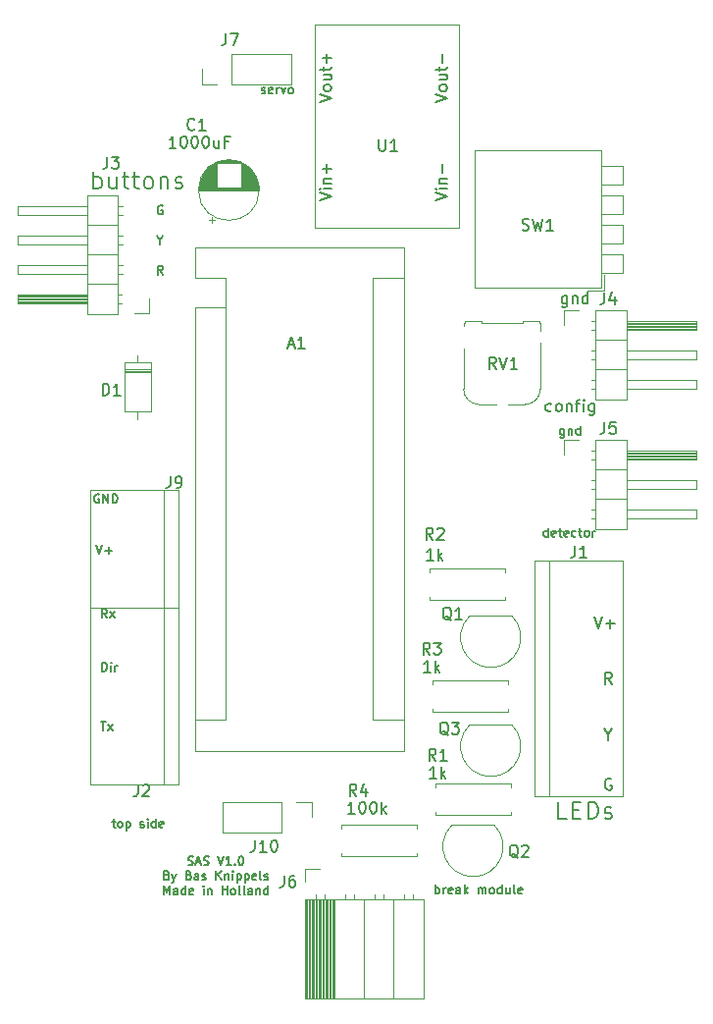
<source format=gbr>
%TF.GenerationSoftware,KiCad,Pcbnew,(5.1.6)-1*%
%TF.CreationDate,2020-10-15T10:14:48+02:00*%
%TF.ProjectId,ezSignal,657a5369-676e-4616-9c2e-6b696361645f,rev?*%
%TF.SameCoordinates,Original*%
%TF.FileFunction,Legend,Top*%
%TF.FilePolarity,Positive*%
%FSLAX46Y46*%
G04 Gerber Fmt 4.6, Leading zero omitted, Abs format (unit mm)*
G04 Created by KiCad (PCBNEW (5.1.6)-1) date 2020-10-15 10:14:48*
%MOMM*%
%LPD*%
G01*
G04 APERTURE LIST*
%ADD10C,0.150000*%
%ADD11C,0.127000*%
%ADD12C,0.120000*%
G04 APERTURE END LIST*
D10*
X26707142Y-120928571D02*
X26814285Y-120964285D01*
X26992857Y-120964285D01*
X27064285Y-120928571D01*
X27100000Y-120892857D01*
X27135714Y-120821428D01*
X27135714Y-120750000D01*
X27100000Y-120678571D01*
X27064285Y-120642857D01*
X26992857Y-120607142D01*
X26850000Y-120571428D01*
X26778571Y-120535714D01*
X26742857Y-120500000D01*
X26707142Y-120428571D01*
X26707142Y-120357142D01*
X26742857Y-120285714D01*
X26778571Y-120250000D01*
X26850000Y-120214285D01*
X27028571Y-120214285D01*
X27135714Y-120250000D01*
X27421428Y-120750000D02*
X27778571Y-120750000D01*
X27350000Y-120964285D02*
X27600000Y-120214285D01*
X27850000Y-120964285D01*
X28064285Y-120928571D02*
X28171428Y-120964285D01*
X28350000Y-120964285D01*
X28421428Y-120928571D01*
X28457142Y-120892857D01*
X28492857Y-120821428D01*
X28492857Y-120750000D01*
X28457142Y-120678571D01*
X28421428Y-120642857D01*
X28350000Y-120607142D01*
X28207142Y-120571428D01*
X28135714Y-120535714D01*
X28100000Y-120500000D01*
X28064285Y-120428571D01*
X28064285Y-120357142D01*
X28100000Y-120285714D01*
X28135714Y-120250000D01*
X28207142Y-120214285D01*
X28385714Y-120214285D01*
X28492857Y-120250000D01*
X29278571Y-120214285D02*
X29528571Y-120964285D01*
X29778571Y-120214285D01*
X30421428Y-120964285D02*
X29992857Y-120964285D01*
X30207142Y-120964285D02*
X30207142Y-120214285D01*
X30135714Y-120321428D01*
X30064285Y-120392857D01*
X29992857Y-120428571D01*
X30742857Y-120892857D02*
X30778571Y-120928571D01*
X30742857Y-120964285D01*
X30707142Y-120928571D01*
X30742857Y-120892857D01*
X30742857Y-120964285D01*
X31242857Y-120214285D02*
X31314285Y-120214285D01*
X31385714Y-120250000D01*
X31421428Y-120285714D01*
X31457142Y-120357142D01*
X31492857Y-120500000D01*
X31492857Y-120678571D01*
X31457142Y-120821428D01*
X31421428Y-120892857D01*
X31385714Y-120928571D01*
X31314285Y-120964285D01*
X31242857Y-120964285D01*
X31171428Y-120928571D01*
X31135714Y-120892857D01*
X31099999Y-120821428D01*
X31064285Y-120678571D01*
X31064285Y-120500000D01*
X31099999Y-120357142D01*
X31135714Y-120285714D01*
X31171428Y-120250000D01*
X31242857Y-120214285D01*
X24885714Y-121846428D02*
X24992857Y-121882142D01*
X25028571Y-121917857D01*
X25064285Y-121989285D01*
X25064285Y-122096428D01*
X25028571Y-122167857D01*
X24992857Y-122203571D01*
X24921428Y-122239285D01*
X24635714Y-122239285D01*
X24635714Y-121489285D01*
X24885714Y-121489285D01*
X24957142Y-121525000D01*
X24992857Y-121560714D01*
X25028571Y-121632142D01*
X25028571Y-121703571D01*
X24992857Y-121775000D01*
X24957142Y-121810714D01*
X24885714Y-121846428D01*
X24635714Y-121846428D01*
X25314285Y-121739285D02*
X25492857Y-122239285D01*
X25671428Y-121739285D02*
X25492857Y-122239285D01*
X25421428Y-122417857D01*
X25385714Y-122453571D01*
X25314285Y-122489285D01*
X26778571Y-121846428D02*
X26885714Y-121882142D01*
X26921428Y-121917857D01*
X26957142Y-121989285D01*
X26957142Y-122096428D01*
X26921428Y-122167857D01*
X26885714Y-122203571D01*
X26814285Y-122239285D01*
X26528571Y-122239285D01*
X26528571Y-121489285D01*
X26778571Y-121489285D01*
X26850000Y-121525000D01*
X26885714Y-121560714D01*
X26921428Y-121632142D01*
X26921428Y-121703571D01*
X26885714Y-121775000D01*
X26850000Y-121810714D01*
X26778571Y-121846428D01*
X26528571Y-121846428D01*
X27600000Y-122239285D02*
X27600000Y-121846428D01*
X27564285Y-121775000D01*
X27492857Y-121739285D01*
X27350000Y-121739285D01*
X27278571Y-121775000D01*
X27600000Y-122203571D02*
X27528571Y-122239285D01*
X27350000Y-122239285D01*
X27278571Y-122203571D01*
X27242857Y-122132142D01*
X27242857Y-122060714D01*
X27278571Y-121989285D01*
X27350000Y-121953571D01*
X27528571Y-121953571D01*
X27600000Y-121917857D01*
X27921428Y-122203571D02*
X27992857Y-122239285D01*
X28135714Y-122239285D01*
X28207142Y-122203571D01*
X28242857Y-122132142D01*
X28242857Y-122096428D01*
X28207142Y-122025000D01*
X28135714Y-121989285D01*
X28028571Y-121989285D01*
X27957142Y-121953571D01*
X27921428Y-121882142D01*
X27921428Y-121846428D01*
X27957142Y-121775000D01*
X28028571Y-121739285D01*
X28135714Y-121739285D01*
X28207142Y-121775000D01*
X29135714Y-122239285D02*
X29135714Y-121489285D01*
X29564285Y-122239285D02*
X29242857Y-121810714D01*
X29564285Y-121489285D02*
X29135714Y-121917857D01*
X29885714Y-121739285D02*
X29885714Y-122239285D01*
X29885714Y-121810714D02*
X29921428Y-121775000D01*
X29992857Y-121739285D01*
X30100000Y-121739285D01*
X30171428Y-121775000D01*
X30207142Y-121846428D01*
X30207142Y-122239285D01*
X30564285Y-122239285D02*
X30564285Y-121739285D01*
X30564285Y-121489285D02*
X30528571Y-121525000D01*
X30564285Y-121560714D01*
X30600000Y-121525000D01*
X30564285Y-121489285D01*
X30564285Y-121560714D01*
X30921428Y-121739285D02*
X30921428Y-122489285D01*
X30921428Y-121775000D02*
X30992857Y-121739285D01*
X31135714Y-121739285D01*
X31207142Y-121775000D01*
X31242857Y-121810714D01*
X31278571Y-121882142D01*
X31278571Y-122096428D01*
X31242857Y-122167857D01*
X31207142Y-122203571D01*
X31135714Y-122239285D01*
X30992857Y-122239285D01*
X30921428Y-122203571D01*
X31600000Y-121739285D02*
X31600000Y-122489285D01*
X31600000Y-121775000D02*
X31671428Y-121739285D01*
X31814285Y-121739285D01*
X31885714Y-121775000D01*
X31921428Y-121810714D01*
X31957142Y-121882142D01*
X31957142Y-122096428D01*
X31921428Y-122167857D01*
X31885714Y-122203571D01*
X31814285Y-122239285D01*
X31671428Y-122239285D01*
X31600000Y-122203571D01*
X32564285Y-122203571D02*
X32492857Y-122239285D01*
X32350000Y-122239285D01*
X32278571Y-122203571D01*
X32242857Y-122132142D01*
X32242857Y-121846428D01*
X32278571Y-121775000D01*
X32350000Y-121739285D01*
X32492857Y-121739285D01*
X32564285Y-121775000D01*
X32600000Y-121846428D01*
X32600000Y-121917857D01*
X32242857Y-121989285D01*
X33028571Y-122239285D02*
X32957142Y-122203571D01*
X32921428Y-122132142D01*
X32921428Y-121489285D01*
X33278571Y-122203571D02*
X33350000Y-122239285D01*
X33492857Y-122239285D01*
X33564285Y-122203571D01*
X33600000Y-122132142D01*
X33600000Y-122096428D01*
X33564285Y-122025000D01*
X33492857Y-121989285D01*
X33385714Y-121989285D01*
X33314285Y-121953571D01*
X33278571Y-121882142D01*
X33278571Y-121846428D01*
X33314285Y-121775000D01*
X33385714Y-121739285D01*
X33492857Y-121739285D01*
X33564285Y-121775000D01*
X24617857Y-123514285D02*
X24617857Y-122764285D01*
X24867857Y-123300000D01*
X25117857Y-122764285D01*
X25117857Y-123514285D01*
X25796428Y-123514285D02*
X25796428Y-123121428D01*
X25760714Y-123050000D01*
X25689285Y-123014285D01*
X25546428Y-123014285D01*
X25475000Y-123050000D01*
X25796428Y-123478571D02*
X25725000Y-123514285D01*
X25546428Y-123514285D01*
X25475000Y-123478571D01*
X25439285Y-123407142D01*
X25439285Y-123335714D01*
X25475000Y-123264285D01*
X25546428Y-123228571D01*
X25725000Y-123228571D01*
X25796428Y-123192857D01*
X26475000Y-123514285D02*
X26475000Y-122764285D01*
X26475000Y-123478571D02*
X26403571Y-123514285D01*
X26260714Y-123514285D01*
X26189285Y-123478571D01*
X26153571Y-123442857D01*
X26117857Y-123371428D01*
X26117857Y-123157142D01*
X26153571Y-123085714D01*
X26189285Y-123050000D01*
X26260714Y-123014285D01*
X26403571Y-123014285D01*
X26475000Y-123050000D01*
X27117857Y-123478571D02*
X27046428Y-123514285D01*
X26903571Y-123514285D01*
X26832142Y-123478571D01*
X26796428Y-123407142D01*
X26796428Y-123121428D01*
X26832142Y-123050000D01*
X26903571Y-123014285D01*
X27046428Y-123014285D01*
X27117857Y-123050000D01*
X27153571Y-123121428D01*
X27153571Y-123192857D01*
X26796428Y-123264285D01*
X28046428Y-123514285D02*
X28046428Y-123014285D01*
X28046428Y-122764285D02*
X28010714Y-122800000D01*
X28046428Y-122835714D01*
X28082142Y-122800000D01*
X28046428Y-122764285D01*
X28046428Y-122835714D01*
X28403571Y-123014285D02*
X28403571Y-123514285D01*
X28403571Y-123085714D02*
X28439285Y-123050000D01*
X28510714Y-123014285D01*
X28617857Y-123014285D01*
X28689285Y-123050000D01*
X28725000Y-123121428D01*
X28725000Y-123514285D01*
X29653571Y-123514285D02*
X29653571Y-122764285D01*
X29653571Y-123121428D02*
X30082142Y-123121428D01*
X30082142Y-123514285D02*
X30082142Y-122764285D01*
X30546428Y-123514285D02*
X30475000Y-123478571D01*
X30439285Y-123442857D01*
X30403571Y-123371428D01*
X30403571Y-123157142D01*
X30439285Y-123085714D01*
X30475000Y-123050000D01*
X30546428Y-123014285D01*
X30653571Y-123014285D01*
X30725000Y-123050000D01*
X30760714Y-123085714D01*
X30796428Y-123157142D01*
X30796428Y-123371428D01*
X30760714Y-123442857D01*
X30725000Y-123478571D01*
X30653571Y-123514285D01*
X30546428Y-123514285D01*
X31225000Y-123514285D02*
X31153571Y-123478571D01*
X31117857Y-123407142D01*
X31117857Y-122764285D01*
X31617857Y-123514285D02*
X31546428Y-123478571D01*
X31510714Y-123407142D01*
X31510714Y-122764285D01*
X32225000Y-123514285D02*
X32225000Y-123121428D01*
X32189285Y-123050000D01*
X32117857Y-123014285D01*
X31975000Y-123014285D01*
X31903571Y-123050000D01*
X32225000Y-123478571D02*
X32153571Y-123514285D01*
X31975000Y-123514285D01*
X31903571Y-123478571D01*
X31867857Y-123407142D01*
X31867857Y-123335714D01*
X31903571Y-123264285D01*
X31975000Y-123228571D01*
X32153571Y-123228571D01*
X32225000Y-123192857D01*
X32582142Y-123014285D02*
X32582142Y-123514285D01*
X32582142Y-123085714D02*
X32617857Y-123050000D01*
X32689285Y-123014285D01*
X32796428Y-123014285D01*
X32867857Y-123050000D01*
X32903571Y-123121428D01*
X32903571Y-123514285D01*
X33582142Y-123514285D02*
X33582142Y-122764285D01*
X33582142Y-123478571D02*
X33510714Y-123514285D01*
X33367857Y-123514285D01*
X33296428Y-123478571D01*
X33260714Y-123442857D01*
X33225000Y-123371428D01*
X33225000Y-123157142D01*
X33260714Y-123085714D01*
X33296428Y-123050000D01*
X33367857Y-123014285D01*
X33510714Y-123014285D01*
X33582142Y-123050000D01*
X20150000Y-117239285D02*
X20435714Y-117239285D01*
X20257142Y-116989285D02*
X20257142Y-117632142D01*
X20292857Y-117703571D01*
X20364285Y-117739285D01*
X20435714Y-117739285D01*
X20792857Y-117739285D02*
X20721428Y-117703571D01*
X20685714Y-117667857D01*
X20650000Y-117596428D01*
X20650000Y-117382142D01*
X20685714Y-117310714D01*
X20721428Y-117275000D01*
X20792857Y-117239285D01*
X20900000Y-117239285D01*
X20971428Y-117275000D01*
X21007142Y-117310714D01*
X21042857Y-117382142D01*
X21042857Y-117596428D01*
X21007142Y-117667857D01*
X20971428Y-117703571D01*
X20900000Y-117739285D01*
X20792857Y-117739285D01*
X21364285Y-117239285D02*
X21364285Y-117989285D01*
X21364285Y-117275000D02*
X21435714Y-117239285D01*
X21578571Y-117239285D01*
X21650000Y-117275000D01*
X21685714Y-117310714D01*
X21721428Y-117382142D01*
X21721428Y-117596428D01*
X21685714Y-117667857D01*
X21650000Y-117703571D01*
X21578571Y-117739285D01*
X21435714Y-117739285D01*
X21364285Y-117703571D01*
X22578571Y-117703571D02*
X22650000Y-117739285D01*
X22792857Y-117739285D01*
X22864285Y-117703571D01*
X22900000Y-117632142D01*
X22900000Y-117596428D01*
X22864285Y-117525000D01*
X22792857Y-117489285D01*
X22685714Y-117489285D01*
X22614285Y-117453571D01*
X22578571Y-117382142D01*
X22578571Y-117346428D01*
X22614285Y-117275000D01*
X22685714Y-117239285D01*
X22792857Y-117239285D01*
X22864285Y-117275000D01*
X23221428Y-117739285D02*
X23221428Y-117239285D01*
X23221428Y-116989285D02*
X23185714Y-117025000D01*
X23221428Y-117060714D01*
X23257142Y-117025000D01*
X23221428Y-116989285D01*
X23221428Y-117060714D01*
X23900000Y-117739285D02*
X23900000Y-116989285D01*
X23900000Y-117703571D02*
X23828571Y-117739285D01*
X23685714Y-117739285D01*
X23614285Y-117703571D01*
X23578571Y-117667857D01*
X23542857Y-117596428D01*
X23542857Y-117382142D01*
X23578571Y-117310714D01*
X23614285Y-117275000D01*
X23685714Y-117239285D01*
X23828571Y-117239285D01*
X23900000Y-117275000D01*
X24542857Y-117703571D02*
X24471428Y-117739285D01*
X24328571Y-117739285D01*
X24257142Y-117703571D01*
X24221428Y-117632142D01*
X24221428Y-117346428D01*
X24257142Y-117275000D01*
X24328571Y-117239285D01*
X24471428Y-117239285D01*
X24542857Y-117275000D01*
X24578571Y-117346428D01*
X24578571Y-117417857D01*
X24221428Y-117489285D01*
X59388571Y-117010571D02*
X58674285Y-117010571D01*
X58674285Y-115510571D01*
X59888571Y-116224857D02*
X60388571Y-116224857D01*
X60602857Y-117010571D02*
X59888571Y-117010571D01*
X59888571Y-115510571D01*
X60602857Y-115510571D01*
X61245714Y-117010571D02*
X61245714Y-115510571D01*
X61602857Y-115510571D01*
X61817142Y-115582000D01*
X61960000Y-115724857D01*
X62031428Y-115867714D01*
X62102857Y-116153428D01*
X62102857Y-116367714D01*
X62031428Y-116653428D01*
X61960000Y-116796285D01*
X61817142Y-116939142D01*
X61602857Y-117010571D01*
X61245714Y-117010571D01*
X62674285Y-116939142D02*
X62817142Y-117010571D01*
X63102857Y-117010571D01*
X63245714Y-116939142D01*
X63317142Y-116796285D01*
X63317142Y-116724857D01*
X63245714Y-116582000D01*
X63102857Y-116510571D01*
X62888571Y-116510571D01*
X62745714Y-116439142D01*
X62674285Y-116296285D01*
X62674285Y-116224857D01*
X62745714Y-116082000D01*
X62888571Y-116010571D01*
X63102857Y-116010571D01*
X63245714Y-116082000D01*
X18530571Y-62654571D02*
X18530571Y-61154571D01*
X18530571Y-61726000D02*
X18673428Y-61654571D01*
X18959142Y-61654571D01*
X19102000Y-61726000D01*
X19173428Y-61797428D01*
X19244857Y-61940285D01*
X19244857Y-62368857D01*
X19173428Y-62511714D01*
X19102000Y-62583142D01*
X18959142Y-62654571D01*
X18673428Y-62654571D01*
X18530571Y-62583142D01*
X20530571Y-61654571D02*
X20530571Y-62654571D01*
X19887714Y-61654571D02*
X19887714Y-62440285D01*
X19959142Y-62583142D01*
X20102000Y-62654571D01*
X20316285Y-62654571D01*
X20459142Y-62583142D01*
X20530571Y-62511714D01*
X21030571Y-61654571D02*
X21602000Y-61654571D01*
X21244857Y-61154571D02*
X21244857Y-62440285D01*
X21316285Y-62583142D01*
X21459142Y-62654571D01*
X21602000Y-62654571D01*
X21887714Y-61654571D02*
X22459142Y-61654571D01*
X22102000Y-61154571D02*
X22102000Y-62440285D01*
X22173428Y-62583142D01*
X22316285Y-62654571D01*
X22459142Y-62654571D01*
X23173428Y-62654571D02*
X23030571Y-62583142D01*
X22959142Y-62511714D01*
X22887714Y-62368857D01*
X22887714Y-61940285D01*
X22959142Y-61797428D01*
X23030571Y-61726000D01*
X23173428Y-61654571D01*
X23387714Y-61654571D01*
X23530571Y-61726000D01*
X23602000Y-61797428D01*
X23673428Y-61940285D01*
X23673428Y-62368857D01*
X23602000Y-62511714D01*
X23530571Y-62583142D01*
X23387714Y-62654571D01*
X23173428Y-62654571D01*
X24316285Y-61654571D02*
X24316285Y-62654571D01*
X24316285Y-61797428D02*
X24387714Y-61726000D01*
X24530571Y-61654571D01*
X24744857Y-61654571D01*
X24887714Y-61726000D01*
X24959142Y-61868857D01*
X24959142Y-62654571D01*
X25602000Y-62583142D02*
X25744857Y-62654571D01*
X26030571Y-62654571D01*
X26173428Y-62583142D01*
X26244857Y-62440285D01*
X26244857Y-62368857D01*
X26173428Y-62226000D01*
X26030571Y-62154571D01*
X25816285Y-62154571D01*
X25673428Y-62083142D01*
X25602000Y-61940285D01*
X25602000Y-61868857D01*
X25673428Y-61726000D01*
X25816285Y-61654571D01*
X26030571Y-61654571D01*
X26173428Y-61726000D01*
D11*
X33039285Y-54408428D02*
X33111857Y-54444714D01*
X33257000Y-54444714D01*
X33329571Y-54408428D01*
X33365857Y-54335857D01*
X33365857Y-54299571D01*
X33329571Y-54227000D01*
X33257000Y-54190714D01*
X33148142Y-54190714D01*
X33075571Y-54154428D01*
X33039285Y-54081857D01*
X33039285Y-54045571D01*
X33075571Y-53973000D01*
X33148142Y-53936714D01*
X33257000Y-53936714D01*
X33329571Y-53973000D01*
X33982714Y-54408428D02*
X33910142Y-54444714D01*
X33765000Y-54444714D01*
X33692428Y-54408428D01*
X33656142Y-54335857D01*
X33656142Y-54045571D01*
X33692428Y-53973000D01*
X33765000Y-53936714D01*
X33910142Y-53936714D01*
X33982714Y-53973000D01*
X34019000Y-54045571D01*
X34019000Y-54118142D01*
X33656142Y-54190714D01*
X34345571Y-54444714D02*
X34345571Y-53936714D01*
X34345571Y-54081857D02*
X34381857Y-54009285D01*
X34418142Y-53973000D01*
X34490714Y-53936714D01*
X34563285Y-53936714D01*
X34744714Y-53936714D02*
X34926142Y-54444714D01*
X35107571Y-53936714D01*
X35506714Y-54444714D02*
X35434142Y-54408428D01*
X35397857Y-54372142D01*
X35361571Y-54299571D01*
X35361571Y-54081857D01*
X35397857Y-54009285D01*
X35434142Y-53973000D01*
X35506714Y-53936714D01*
X35615571Y-53936714D01*
X35688142Y-53973000D01*
X35724428Y-54009285D01*
X35760714Y-54081857D01*
X35760714Y-54299571D01*
X35724428Y-54372142D01*
X35688142Y-54408428D01*
X35615571Y-54444714D01*
X35506714Y-54444714D01*
X48062571Y-123444714D02*
X48062571Y-122682714D01*
X48062571Y-122973000D02*
X48135142Y-122936714D01*
X48280285Y-122936714D01*
X48352857Y-122973000D01*
X48389142Y-123009285D01*
X48425428Y-123081857D01*
X48425428Y-123299571D01*
X48389142Y-123372142D01*
X48352857Y-123408428D01*
X48280285Y-123444714D01*
X48135142Y-123444714D01*
X48062571Y-123408428D01*
X48752000Y-123444714D02*
X48752000Y-122936714D01*
X48752000Y-123081857D02*
X48788285Y-123009285D01*
X48824571Y-122973000D01*
X48897142Y-122936714D01*
X48969714Y-122936714D01*
X49514000Y-123408428D02*
X49441428Y-123444714D01*
X49296285Y-123444714D01*
X49223714Y-123408428D01*
X49187428Y-123335857D01*
X49187428Y-123045571D01*
X49223714Y-122973000D01*
X49296285Y-122936714D01*
X49441428Y-122936714D01*
X49514000Y-122973000D01*
X49550285Y-123045571D01*
X49550285Y-123118142D01*
X49187428Y-123190714D01*
X50203428Y-123444714D02*
X50203428Y-123045571D01*
X50167142Y-122973000D01*
X50094571Y-122936714D01*
X49949428Y-122936714D01*
X49876857Y-122973000D01*
X50203428Y-123408428D02*
X50130857Y-123444714D01*
X49949428Y-123444714D01*
X49876857Y-123408428D01*
X49840571Y-123335857D01*
X49840571Y-123263285D01*
X49876857Y-123190714D01*
X49949428Y-123154428D01*
X50130857Y-123154428D01*
X50203428Y-123118142D01*
X50566285Y-123444714D02*
X50566285Y-122682714D01*
X50638857Y-123154428D02*
X50856571Y-123444714D01*
X50856571Y-122936714D02*
X50566285Y-123227000D01*
X51763714Y-123444714D02*
X51763714Y-122936714D01*
X51763714Y-123009285D02*
X51800000Y-122973000D01*
X51872571Y-122936714D01*
X51981428Y-122936714D01*
X52054000Y-122973000D01*
X52090285Y-123045571D01*
X52090285Y-123444714D01*
X52090285Y-123045571D02*
X52126571Y-122973000D01*
X52199142Y-122936714D01*
X52308000Y-122936714D01*
X52380571Y-122973000D01*
X52416857Y-123045571D01*
X52416857Y-123444714D01*
X52888571Y-123444714D02*
X52816000Y-123408428D01*
X52779714Y-123372142D01*
X52743428Y-123299571D01*
X52743428Y-123081857D01*
X52779714Y-123009285D01*
X52816000Y-122973000D01*
X52888571Y-122936714D01*
X52997428Y-122936714D01*
X53070000Y-122973000D01*
X53106285Y-123009285D01*
X53142571Y-123081857D01*
X53142571Y-123299571D01*
X53106285Y-123372142D01*
X53070000Y-123408428D01*
X52997428Y-123444714D01*
X52888571Y-123444714D01*
X53795714Y-123444714D02*
X53795714Y-122682714D01*
X53795714Y-123408428D02*
X53723142Y-123444714D01*
X53578000Y-123444714D01*
X53505428Y-123408428D01*
X53469142Y-123372142D01*
X53432857Y-123299571D01*
X53432857Y-123081857D01*
X53469142Y-123009285D01*
X53505428Y-122973000D01*
X53578000Y-122936714D01*
X53723142Y-122936714D01*
X53795714Y-122973000D01*
X54485142Y-122936714D02*
X54485142Y-123444714D01*
X54158571Y-122936714D02*
X54158571Y-123335857D01*
X54194857Y-123408428D01*
X54267428Y-123444714D01*
X54376285Y-123444714D01*
X54448857Y-123408428D01*
X54485142Y-123372142D01*
X54956857Y-123444714D02*
X54884285Y-123408428D01*
X54848000Y-123335857D01*
X54848000Y-122682714D01*
X55537428Y-123408428D02*
X55464857Y-123444714D01*
X55319714Y-123444714D01*
X55247142Y-123408428D01*
X55210857Y-123335857D01*
X55210857Y-123045571D01*
X55247142Y-122973000D01*
X55319714Y-122936714D01*
X55464857Y-122936714D01*
X55537428Y-122973000D01*
X55573714Y-123045571D01*
X55573714Y-123118142D01*
X55210857Y-123190714D01*
X24499571Y-64119000D02*
X24427000Y-64082714D01*
X24318142Y-64082714D01*
X24209285Y-64119000D01*
X24136714Y-64191571D01*
X24100428Y-64264142D01*
X24064142Y-64409285D01*
X24064142Y-64518142D01*
X24100428Y-64663285D01*
X24136714Y-64735857D01*
X24209285Y-64808428D01*
X24318142Y-64844714D01*
X24390714Y-64844714D01*
X24499571Y-64808428D01*
X24535857Y-64772142D01*
X24535857Y-64518142D01*
X24390714Y-64518142D01*
X24300000Y-67081857D02*
X24300000Y-67444714D01*
X24046000Y-66682714D02*
X24300000Y-67081857D01*
X24554000Y-66682714D01*
X24535857Y-70044714D02*
X24281857Y-69681857D01*
X24100428Y-70044714D02*
X24100428Y-69282714D01*
X24390714Y-69282714D01*
X24463285Y-69319000D01*
X24499571Y-69355285D01*
X24535857Y-69427857D01*
X24535857Y-69536714D01*
X24499571Y-69609285D01*
X24463285Y-69645571D01*
X24390714Y-69681857D01*
X24100428Y-69681857D01*
D10*
X63253904Y-113546000D02*
X63158666Y-113498380D01*
X63015809Y-113498380D01*
X62872952Y-113546000D01*
X62777714Y-113641238D01*
X62730095Y-113736476D01*
X62682476Y-113926952D01*
X62682476Y-114069809D01*
X62730095Y-114260285D01*
X62777714Y-114355523D01*
X62872952Y-114450761D01*
X63015809Y-114498380D01*
X63111047Y-114498380D01*
X63253904Y-114450761D01*
X63301523Y-114403142D01*
X63301523Y-114069809D01*
X63111047Y-114069809D01*
X62992000Y-109704190D02*
X62992000Y-110180380D01*
X62658666Y-109180380D02*
X62992000Y-109704190D01*
X63325333Y-109180380D01*
X63301523Y-105354380D02*
X62968190Y-104878190D01*
X62730095Y-105354380D02*
X62730095Y-104354380D01*
X63111047Y-104354380D01*
X63206285Y-104402000D01*
X63253904Y-104449619D01*
X63301523Y-104544857D01*
X63301523Y-104687714D01*
X63253904Y-104782952D01*
X63206285Y-104830571D01*
X63111047Y-104878190D01*
X62730095Y-104878190D01*
X61785619Y-99528380D02*
X62118952Y-100528380D01*
X62452285Y-99528380D01*
X62785619Y-100147428D02*
X63547523Y-100147428D01*
X63166571Y-100528380D02*
X63166571Y-99766476D01*
D11*
X57767571Y-92644714D02*
X57767571Y-91882714D01*
X57767571Y-92608428D02*
X57695000Y-92644714D01*
X57549857Y-92644714D01*
X57477285Y-92608428D01*
X57441000Y-92572142D01*
X57404714Y-92499571D01*
X57404714Y-92281857D01*
X57441000Y-92209285D01*
X57477285Y-92173000D01*
X57549857Y-92136714D01*
X57695000Y-92136714D01*
X57767571Y-92173000D01*
X58420714Y-92608428D02*
X58348142Y-92644714D01*
X58203000Y-92644714D01*
X58130428Y-92608428D01*
X58094142Y-92535857D01*
X58094142Y-92245571D01*
X58130428Y-92173000D01*
X58203000Y-92136714D01*
X58348142Y-92136714D01*
X58420714Y-92173000D01*
X58457000Y-92245571D01*
X58457000Y-92318142D01*
X58094142Y-92390714D01*
X58674714Y-92136714D02*
X58965000Y-92136714D01*
X58783571Y-91882714D02*
X58783571Y-92535857D01*
X58819857Y-92608428D01*
X58892428Y-92644714D01*
X58965000Y-92644714D01*
X59509285Y-92608428D02*
X59436714Y-92644714D01*
X59291571Y-92644714D01*
X59219000Y-92608428D01*
X59182714Y-92535857D01*
X59182714Y-92245571D01*
X59219000Y-92173000D01*
X59291571Y-92136714D01*
X59436714Y-92136714D01*
X59509285Y-92173000D01*
X59545571Y-92245571D01*
X59545571Y-92318142D01*
X59182714Y-92390714D01*
X60198714Y-92608428D02*
X60126142Y-92644714D01*
X59981000Y-92644714D01*
X59908428Y-92608428D01*
X59872142Y-92572142D01*
X59835857Y-92499571D01*
X59835857Y-92281857D01*
X59872142Y-92209285D01*
X59908428Y-92173000D01*
X59981000Y-92136714D01*
X60126142Y-92136714D01*
X60198714Y-92173000D01*
X60416428Y-92136714D02*
X60706714Y-92136714D01*
X60525285Y-91882714D02*
X60525285Y-92535857D01*
X60561571Y-92608428D01*
X60634142Y-92644714D01*
X60706714Y-92644714D01*
X61069571Y-92644714D02*
X60997000Y-92608428D01*
X60960714Y-92572142D01*
X60924428Y-92499571D01*
X60924428Y-92281857D01*
X60960714Y-92209285D01*
X60997000Y-92173000D01*
X61069571Y-92136714D01*
X61178428Y-92136714D01*
X61251000Y-92173000D01*
X61287285Y-92209285D01*
X61323571Y-92281857D01*
X61323571Y-92499571D01*
X61287285Y-92572142D01*
X61251000Y-92608428D01*
X61178428Y-92644714D01*
X61069571Y-92644714D01*
X61650142Y-92644714D02*
X61650142Y-92136714D01*
X61650142Y-92281857D02*
X61686428Y-92209285D01*
X61722714Y-92173000D01*
X61795285Y-92136714D01*
X61867857Y-92136714D01*
X59173857Y-83336714D02*
X59173857Y-83953571D01*
X59137571Y-84026142D01*
X59101285Y-84062428D01*
X59028714Y-84098714D01*
X58919857Y-84098714D01*
X58847285Y-84062428D01*
X59173857Y-83808428D02*
X59101285Y-83844714D01*
X58956142Y-83844714D01*
X58883571Y-83808428D01*
X58847285Y-83772142D01*
X58811000Y-83699571D01*
X58811000Y-83481857D01*
X58847285Y-83409285D01*
X58883571Y-83373000D01*
X58956142Y-83336714D01*
X59101285Y-83336714D01*
X59173857Y-83373000D01*
X59536714Y-83336714D02*
X59536714Y-83844714D01*
X59536714Y-83409285D02*
X59573000Y-83373000D01*
X59645571Y-83336714D01*
X59754428Y-83336714D01*
X59827000Y-83373000D01*
X59863285Y-83445571D01*
X59863285Y-83844714D01*
X60552714Y-83844714D02*
X60552714Y-83082714D01*
X60552714Y-83808428D02*
X60480142Y-83844714D01*
X60335000Y-83844714D01*
X60262428Y-83808428D01*
X60226142Y-83772142D01*
X60189857Y-83699571D01*
X60189857Y-83481857D01*
X60226142Y-83409285D01*
X60262428Y-83373000D01*
X60335000Y-83336714D01*
X60480142Y-83336714D01*
X60552714Y-83373000D01*
D10*
X58057142Y-81804761D02*
X57961904Y-81852380D01*
X57771428Y-81852380D01*
X57676190Y-81804761D01*
X57628571Y-81757142D01*
X57580952Y-81661904D01*
X57580952Y-81376190D01*
X57628571Y-81280952D01*
X57676190Y-81233333D01*
X57771428Y-81185714D01*
X57961904Y-81185714D01*
X58057142Y-81233333D01*
X58628571Y-81852380D02*
X58533333Y-81804761D01*
X58485714Y-81757142D01*
X58438095Y-81661904D01*
X58438095Y-81376190D01*
X58485714Y-81280952D01*
X58533333Y-81233333D01*
X58628571Y-81185714D01*
X58771428Y-81185714D01*
X58866666Y-81233333D01*
X58914285Y-81280952D01*
X58961904Y-81376190D01*
X58961904Y-81661904D01*
X58914285Y-81757142D01*
X58866666Y-81804761D01*
X58771428Y-81852380D01*
X58628571Y-81852380D01*
X59390476Y-81185714D02*
X59390476Y-81852380D01*
X59390476Y-81280952D02*
X59438095Y-81233333D01*
X59533333Y-81185714D01*
X59676190Y-81185714D01*
X59771428Y-81233333D01*
X59819047Y-81328571D01*
X59819047Y-81852380D01*
X60152380Y-81185714D02*
X60533333Y-81185714D01*
X60295238Y-81852380D02*
X60295238Y-80995238D01*
X60342857Y-80900000D01*
X60438095Y-80852380D01*
X60533333Y-80852380D01*
X60866666Y-81852380D02*
X60866666Y-81185714D01*
X60866666Y-80852380D02*
X60819047Y-80900000D01*
X60866666Y-80947619D01*
X60914285Y-80900000D01*
X60866666Y-80852380D01*
X60866666Y-80947619D01*
X61771428Y-81185714D02*
X61771428Y-81995238D01*
X61723809Y-82090476D01*
X61676190Y-82138095D01*
X61580952Y-82185714D01*
X61438095Y-82185714D01*
X61342857Y-82138095D01*
X61771428Y-81804761D02*
X61676190Y-81852380D01*
X61485714Y-81852380D01*
X61390476Y-81804761D01*
X61342857Y-81757142D01*
X61295238Y-81661904D01*
X61295238Y-81376190D01*
X61342857Y-81280952D01*
X61390476Y-81233333D01*
X61485714Y-81185714D01*
X61676190Y-81185714D01*
X61771428Y-81233333D01*
D11*
X59416014Y-71887728D02*
X59416014Y-72689642D01*
X59368842Y-72783985D01*
X59321671Y-72831157D01*
X59227328Y-72878328D01*
X59085814Y-72878328D01*
X58991471Y-72831157D01*
X59416014Y-72500957D02*
X59321671Y-72548128D01*
X59132985Y-72548128D01*
X59038642Y-72500957D01*
X58991471Y-72453785D01*
X58944300Y-72359442D01*
X58944300Y-72076414D01*
X58991471Y-71982071D01*
X59038642Y-71934900D01*
X59132985Y-71887728D01*
X59321671Y-71887728D01*
X59416014Y-71934900D01*
X59887728Y-71887728D02*
X59887728Y-72548128D01*
X59887728Y-71982071D02*
X59934900Y-71934900D01*
X60029242Y-71887728D01*
X60170757Y-71887728D01*
X60265100Y-71934900D01*
X60312271Y-72029242D01*
X60312271Y-72548128D01*
X61208528Y-72548128D02*
X61208528Y-71557528D01*
X61208528Y-72500957D02*
X61114185Y-72548128D01*
X60925500Y-72548128D01*
X60831157Y-72500957D01*
X60783985Y-72453785D01*
X60736814Y-72359442D01*
X60736814Y-72076414D01*
X60783985Y-71982071D01*
X60831157Y-71934900D01*
X60925500Y-71887728D01*
X61114185Y-71887728D01*
X61208528Y-71934900D01*
X19283142Y-104244714D02*
X19283142Y-103482714D01*
X19464571Y-103482714D01*
X19573428Y-103519000D01*
X19646000Y-103591571D01*
X19682285Y-103664142D01*
X19718571Y-103809285D01*
X19718571Y-103918142D01*
X19682285Y-104063285D01*
X19646000Y-104135857D01*
X19573428Y-104208428D01*
X19464571Y-104244714D01*
X19283142Y-104244714D01*
X20045142Y-104244714D02*
X20045142Y-103736714D01*
X20045142Y-103482714D02*
X20008857Y-103519000D01*
X20045142Y-103555285D01*
X20081428Y-103519000D01*
X20045142Y-103482714D01*
X20045142Y-103555285D01*
X20408000Y-104244714D02*
X20408000Y-103736714D01*
X20408000Y-103881857D02*
X20444285Y-103809285D01*
X20480571Y-103773000D01*
X20553142Y-103736714D01*
X20625714Y-103736714D01*
X19173857Y-108582714D02*
X19609285Y-108582714D01*
X19391571Y-109344714D02*
X19391571Y-108582714D01*
X19790714Y-109344714D02*
X20189857Y-108836714D01*
X19790714Y-108836714D02*
X20189857Y-109344714D01*
X19727428Y-99644714D02*
X19473428Y-99281857D01*
X19292000Y-99644714D02*
X19292000Y-98882714D01*
X19582285Y-98882714D01*
X19654857Y-98919000D01*
X19691142Y-98955285D01*
X19727428Y-99027857D01*
X19727428Y-99136714D01*
X19691142Y-99209285D01*
X19654857Y-99245571D01*
X19582285Y-99281857D01*
X19292000Y-99281857D01*
X19981428Y-99644714D02*
X20380571Y-99136714D01*
X19981428Y-99136714D02*
X20380571Y-99644714D01*
X18774285Y-93382714D02*
X19028285Y-94144714D01*
X19282285Y-93382714D01*
X19536285Y-93854428D02*
X20116857Y-93854428D01*
X19826571Y-94144714D02*
X19826571Y-93564142D01*
X19019428Y-89019000D02*
X18946857Y-88982714D01*
X18838000Y-88982714D01*
X18729142Y-89019000D01*
X18656571Y-89091571D01*
X18620285Y-89164142D01*
X18584000Y-89309285D01*
X18584000Y-89418142D01*
X18620285Y-89563285D01*
X18656571Y-89635857D01*
X18729142Y-89708428D01*
X18838000Y-89744714D01*
X18910571Y-89744714D01*
X19019428Y-89708428D01*
X19055714Y-89672142D01*
X19055714Y-89418142D01*
X18910571Y-89418142D01*
X19382285Y-89744714D02*
X19382285Y-88982714D01*
X19817714Y-89744714D01*
X19817714Y-88982714D01*
X20180571Y-89744714D02*
X20180571Y-88982714D01*
X20362000Y-88982714D01*
X20470857Y-89019000D01*
X20543428Y-89091571D01*
X20579714Y-89164142D01*
X20616000Y-89309285D01*
X20616000Y-89418142D01*
X20579714Y-89563285D01*
X20543428Y-89635857D01*
X20470857Y-89708428D01*
X20362000Y-89744714D01*
X20180571Y-89744714D01*
D12*
%TO.C,U1*%
X49608000Y-66024000D02*
X37608000Y-66024000D01*
X37608000Y-66024000D02*
X37608000Y-48524000D01*
X37608000Y-48524000D02*
X49608000Y-48524000D01*
X49608000Y-66024000D02*
X50108000Y-66024000D01*
X50108000Y-66024000D02*
X50108000Y-48524000D01*
X50108000Y-48524000D02*
X49608000Y-48524000D01*
%TO.C,R4*%
X39910000Y-117502000D02*
X39910000Y-117832000D01*
X46450000Y-117502000D02*
X39910000Y-117502000D01*
X46450000Y-117832000D02*
X46450000Y-117502000D01*
X39910000Y-120242000D02*
X39910000Y-119912000D01*
X46450000Y-120242000D02*
X39910000Y-120242000D01*
X46450000Y-119912000D02*
X46450000Y-120242000D01*
%TO.C,R3*%
X54324000Y-107796000D02*
X54324000Y-107466000D01*
X47784000Y-107796000D02*
X54324000Y-107796000D01*
X47784000Y-107466000D02*
X47784000Y-107796000D01*
X54324000Y-105056000D02*
X54324000Y-105386000D01*
X47784000Y-105056000D02*
X54324000Y-105056000D01*
X47784000Y-105386000D02*
X47784000Y-105056000D01*
%TO.C,R2*%
X54070000Y-98144000D02*
X54070000Y-97814000D01*
X47530000Y-98144000D02*
X54070000Y-98144000D01*
X47530000Y-97814000D02*
X47530000Y-98144000D01*
X54070000Y-95404000D02*
X54070000Y-95734000D01*
X47530000Y-95404000D02*
X54070000Y-95404000D01*
X47530000Y-95734000D02*
X47530000Y-95404000D01*
%TO.C,R1*%
X54578000Y-116686000D02*
X54578000Y-116356000D01*
X48038000Y-116686000D02*
X54578000Y-116686000D01*
X48038000Y-116356000D02*
X48038000Y-116686000D01*
X54578000Y-113946000D02*
X54578000Y-114276000D01*
X48038000Y-113946000D02*
X54578000Y-113946000D01*
X48038000Y-114276000D02*
X48038000Y-113946000D01*
%TO.C,D1*%
X23472000Y-77636000D02*
X21232000Y-77636000D01*
X21232000Y-77636000D02*
X21232000Y-81876000D01*
X21232000Y-81876000D02*
X23472000Y-81876000D01*
X23472000Y-81876000D02*
X23472000Y-77636000D01*
X22352000Y-76986000D02*
X22352000Y-77636000D01*
X22352000Y-82526000D02*
X22352000Y-81876000D01*
X23472000Y-78356000D02*
X21232000Y-78356000D01*
X23472000Y-78476000D02*
X21232000Y-78476000D01*
X23472000Y-78236000D02*
X21232000Y-78236000D01*
%TO.C,C1*%
X32846000Y-62758000D02*
G75*
G03*
X32846000Y-62758000I-2620000J0D01*
G01*
X27646000Y-62758000D02*
X32806000Y-62758000D01*
X27646000Y-62718000D02*
X32806000Y-62718000D01*
X27647000Y-62678000D02*
X32805000Y-62678000D01*
X27648000Y-62638000D02*
X32804000Y-62638000D01*
X27650000Y-62598000D02*
X32802000Y-62598000D01*
X27653000Y-62558000D02*
X32799000Y-62558000D01*
X27657000Y-62518000D02*
X29186000Y-62518000D01*
X31266000Y-62518000D02*
X32795000Y-62518000D01*
X27661000Y-62478000D02*
X29186000Y-62478000D01*
X31266000Y-62478000D02*
X32791000Y-62478000D01*
X27665000Y-62438000D02*
X29186000Y-62438000D01*
X31266000Y-62438000D02*
X32787000Y-62438000D01*
X27670000Y-62398000D02*
X29186000Y-62398000D01*
X31266000Y-62398000D02*
X32782000Y-62398000D01*
X27676000Y-62358000D02*
X29186000Y-62358000D01*
X31266000Y-62358000D02*
X32776000Y-62358000D01*
X27683000Y-62318000D02*
X29186000Y-62318000D01*
X31266000Y-62318000D02*
X32769000Y-62318000D01*
X27690000Y-62278000D02*
X29186000Y-62278000D01*
X31266000Y-62278000D02*
X32762000Y-62278000D01*
X27698000Y-62238000D02*
X29186000Y-62238000D01*
X31266000Y-62238000D02*
X32754000Y-62238000D01*
X27706000Y-62198000D02*
X29186000Y-62198000D01*
X31266000Y-62198000D02*
X32746000Y-62198000D01*
X27715000Y-62158000D02*
X29186000Y-62158000D01*
X31266000Y-62158000D02*
X32737000Y-62158000D01*
X27725000Y-62118000D02*
X29186000Y-62118000D01*
X31266000Y-62118000D02*
X32727000Y-62118000D01*
X27735000Y-62078000D02*
X29186000Y-62078000D01*
X31266000Y-62078000D02*
X32717000Y-62078000D01*
X27746000Y-62037000D02*
X29186000Y-62037000D01*
X31266000Y-62037000D02*
X32706000Y-62037000D01*
X27758000Y-61997000D02*
X29186000Y-61997000D01*
X31266000Y-61997000D02*
X32694000Y-61997000D01*
X27771000Y-61957000D02*
X29186000Y-61957000D01*
X31266000Y-61957000D02*
X32681000Y-61957000D01*
X27784000Y-61917000D02*
X29186000Y-61917000D01*
X31266000Y-61917000D02*
X32668000Y-61917000D01*
X27798000Y-61877000D02*
X29186000Y-61877000D01*
X31266000Y-61877000D02*
X32654000Y-61877000D01*
X27812000Y-61837000D02*
X29186000Y-61837000D01*
X31266000Y-61837000D02*
X32640000Y-61837000D01*
X27828000Y-61797000D02*
X29186000Y-61797000D01*
X31266000Y-61797000D02*
X32624000Y-61797000D01*
X27844000Y-61757000D02*
X29186000Y-61757000D01*
X31266000Y-61757000D02*
X32608000Y-61757000D01*
X27861000Y-61717000D02*
X29186000Y-61717000D01*
X31266000Y-61717000D02*
X32591000Y-61717000D01*
X27878000Y-61677000D02*
X29186000Y-61677000D01*
X31266000Y-61677000D02*
X32574000Y-61677000D01*
X27897000Y-61637000D02*
X29186000Y-61637000D01*
X31266000Y-61637000D02*
X32555000Y-61637000D01*
X27916000Y-61597000D02*
X29186000Y-61597000D01*
X31266000Y-61597000D02*
X32536000Y-61597000D01*
X27936000Y-61557000D02*
X29186000Y-61557000D01*
X31266000Y-61557000D02*
X32516000Y-61557000D01*
X27958000Y-61517000D02*
X29186000Y-61517000D01*
X31266000Y-61517000D02*
X32494000Y-61517000D01*
X27979000Y-61477000D02*
X29186000Y-61477000D01*
X31266000Y-61477000D02*
X32473000Y-61477000D01*
X28002000Y-61437000D02*
X29186000Y-61437000D01*
X31266000Y-61437000D02*
X32450000Y-61437000D01*
X28026000Y-61397000D02*
X29186000Y-61397000D01*
X31266000Y-61397000D02*
X32426000Y-61397000D01*
X28051000Y-61357000D02*
X29186000Y-61357000D01*
X31266000Y-61357000D02*
X32401000Y-61357000D01*
X28077000Y-61317000D02*
X29186000Y-61317000D01*
X31266000Y-61317000D02*
X32375000Y-61317000D01*
X28104000Y-61277000D02*
X29186000Y-61277000D01*
X31266000Y-61277000D02*
X32348000Y-61277000D01*
X28131000Y-61237000D02*
X29186000Y-61237000D01*
X31266000Y-61237000D02*
X32321000Y-61237000D01*
X28161000Y-61197000D02*
X29186000Y-61197000D01*
X31266000Y-61197000D02*
X32291000Y-61197000D01*
X28191000Y-61157000D02*
X29186000Y-61157000D01*
X31266000Y-61157000D02*
X32261000Y-61157000D01*
X28222000Y-61117000D02*
X29186000Y-61117000D01*
X31266000Y-61117000D02*
X32230000Y-61117000D01*
X28255000Y-61077000D02*
X29186000Y-61077000D01*
X31266000Y-61077000D02*
X32197000Y-61077000D01*
X28289000Y-61037000D02*
X29186000Y-61037000D01*
X31266000Y-61037000D02*
X32163000Y-61037000D01*
X28325000Y-60997000D02*
X29186000Y-60997000D01*
X31266000Y-60997000D02*
X32127000Y-60997000D01*
X28362000Y-60957000D02*
X29186000Y-60957000D01*
X31266000Y-60957000D02*
X32090000Y-60957000D01*
X28400000Y-60917000D02*
X29186000Y-60917000D01*
X31266000Y-60917000D02*
X32052000Y-60917000D01*
X28441000Y-60877000D02*
X29186000Y-60877000D01*
X31266000Y-60877000D02*
X32011000Y-60877000D01*
X28483000Y-60837000D02*
X29186000Y-60837000D01*
X31266000Y-60837000D02*
X31969000Y-60837000D01*
X28527000Y-60797000D02*
X29186000Y-60797000D01*
X31266000Y-60797000D02*
X31925000Y-60797000D01*
X28573000Y-60757000D02*
X29186000Y-60757000D01*
X31266000Y-60757000D02*
X31879000Y-60757000D01*
X28621000Y-60717000D02*
X29186000Y-60717000D01*
X31266000Y-60717000D02*
X31831000Y-60717000D01*
X28672000Y-60677000D02*
X29186000Y-60677000D01*
X31266000Y-60677000D02*
X31780000Y-60677000D01*
X28726000Y-60637000D02*
X29186000Y-60637000D01*
X31266000Y-60637000D02*
X31726000Y-60637000D01*
X28783000Y-60597000D02*
X29186000Y-60597000D01*
X31266000Y-60597000D02*
X31669000Y-60597000D01*
X28843000Y-60557000D02*
X29186000Y-60557000D01*
X31266000Y-60557000D02*
X31609000Y-60557000D01*
X28907000Y-60517000D02*
X29186000Y-60517000D01*
X31266000Y-60517000D02*
X31545000Y-60517000D01*
X28975000Y-60477000D02*
X29186000Y-60477000D01*
X31266000Y-60477000D02*
X31477000Y-60477000D01*
X29048000Y-60437000D02*
X31404000Y-60437000D01*
X29128000Y-60397000D02*
X31324000Y-60397000D01*
X29215000Y-60357000D02*
X31237000Y-60357000D01*
X29311000Y-60317000D02*
X31141000Y-60317000D01*
X29421000Y-60277000D02*
X31031000Y-60277000D01*
X29549000Y-60237000D02*
X30903000Y-60237000D01*
X29708000Y-60197000D02*
X30744000Y-60197000D01*
X29942000Y-60157000D02*
X30510000Y-60157000D01*
X28751000Y-65562775D02*
X28751000Y-65062775D01*
X28501000Y-65312775D02*
X29001000Y-65312775D01*
%TO.C,A1*%
X45342000Y-67688000D02*
X27302000Y-67688000D01*
X45342000Y-111128000D02*
X45342000Y-67688000D01*
X27302000Y-111128000D02*
X45342000Y-111128000D01*
X29972000Y-108458000D02*
X27302000Y-108458000D01*
X29972000Y-72898000D02*
X29972000Y-108458000D01*
X29972000Y-72898000D02*
X27302000Y-72898000D01*
X42672000Y-108458000D02*
X45342000Y-108458000D01*
X42672000Y-70358000D02*
X42672000Y-108458000D01*
X42672000Y-70358000D02*
X45342000Y-70358000D01*
X27302000Y-67688000D02*
X27302000Y-70358000D01*
X27302000Y-72898000D02*
X27302000Y-111128000D01*
X29972000Y-70358000D02*
X27302000Y-70358000D01*
X29972000Y-72898000D02*
X29972000Y-70358000D01*
%TO.C,J4*%
X61892000Y-73092000D02*
X61892000Y-80832000D01*
X61892000Y-80832000D02*
X64552000Y-80832000D01*
X64552000Y-80832000D02*
X64552000Y-73092000D01*
X64552000Y-73092000D02*
X61892000Y-73092000D01*
X64552000Y-74042000D02*
X70552000Y-74042000D01*
X70552000Y-74042000D02*
X70552000Y-74802000D01*
X70552000Y-74802000D02*
X64552000Y-74802000D01*
X64552000Y-74102000D02*
X70552000Y-74102000D01*
X64552000Y-74222000D02*
X70552000Y-74222000D01*
X64552000Y-74342000D02*
X70552000Y-74342000D01*
X64552000Y-74462000D02*
X70552000Y-74462000D01*
X64552000Y-74582000D02*
X70552000Y-74582000D01*
X64552000Y-74702000D02*
X70552000Y-74702000D01*
X61562000Y-74042000D02*
X61892000Y-74042000D01*
X61562000Y-74802000D02*
X61892000Y-74802000D01*
X61892000Y-75692000D02*
X64552000Y-75692000D01*
X64552000Y-76582000D02*
X70552000Y-76582000D01*
X70552000Y-76582000D02*
X70552000Y-77342000D01*
X70552000Y-77342000D02*
X64552000Y-77342000D01*
X61494929Y-76582000D02*
X61892000Y-76582000D01*
X61494929Y-77342000D02*
X61892000Y-77342000D01*
X61892000Y-78232000D02*
X64552000Y-78232000D01*
X64552000Y-79122000D02*
X70552000Y-79122000D01*
X70552000Y-79122000D02*
X70552000Y-79882000D01*
X70552000Y-79882000D02*
X64552000Y-79882000D01*
X61494929Y-79122000D02*
X61892000Y-79122000D01*
X61494929Y-79882000D02*
X61892000Y-79882000D01*
X59182000Y-74422000D02*
X59182000Y-73152000D01*
X59182000Y-73152000D02*
X60452000Y-73152000D01*
%TO.C,J7*%
X27880000Y-53654000D02*
X27880000Y-52324000D01*
X29210000Y-53654000D02*
X27880000Y-53654000D01*
X30480000Y-53654000D02*
X30480000Y-50994000D01*
X30480000Y-50994000D02*
X35620000Y-50994000D01*
X30480000Y-53654000D02*
X35620000Y-53654000D01*
X35620000Y-53654000D02*
X35620000Y-50994000D01*
%TO.C,J2*%
X25908000Y-114046000D02*
X25908000Y-98806000D01*
X18288000Y-114046000D02*
X18288000Y-98806000D01*
X24638000Y-114046000D02*
X24638000Y-98806000D01*
X25908000Y-98806000D02*
X18288000Y-98806000D01*
X25908000Y-114046000D02*
X18288000Y-114046000D01*
%TO.C,J9*%
X24640000Y-88660000D02*
X24640000Y-98820000D01*
X25910000Y-88660000D02*
X18290000Y-88660000D01*
X18290000Y-88660000D02*
X18290000Y-98820000D01*
X18290000Y-98820000D02*
X25910000Y-98820000D01*
X25910000Y-98820000D02*
X25910000Y-88660000D01*
%TO.C,J1*%
X56642000Y-94742000D02*
X56642000Y-115062000D01*
X64262000Y-94742000D02*
X64262000Y-115062000D01*
X57912000Y-115062000D02*
X57912000Y-94742000D01*
X56642000Y-115062000D02*
X64262000Y-115062000D01*
X64262000Y-94742000D02*
X56642000Y-94742000D01*
%TO.C,Q1*%
X54632000Y-99496000D02*
X51032000Y-99496000D01*
X50993522Y-99507522D02*
G75*
G03*
X52832000Y-103946000I1838478J-1838478D01*
G01*
X54670478Y-99507522D02*
G75*
G02*
X52832000Y-103946000I-1838478J-1838478D01*
G01*
%TO.C,Q2*%
X53108000Y-117530000D02*
X49508000Y-117530000D01*
X49469522Y-117541522D02*
G75*
G03*
X51308000Y-121980000I1838478J-1838478D01*
G01*
X53146478Y-117541522D02*
G75*
G02*
X51308000Y-121980000I-1838478J-1838478D01*
G01*
%TO.C,Q3*%
X54632000Y-108894000D02*
X51032000Y-108894000D01*
X54670478Y-108905522D02*
G75*
G02*
X52832000Y-113344000I-1838478J-1838478D01*
G01*
X50993522Y-108905522D02*
G75*
G03*
X52832000Y-113344000I1838478J-1838478D01*
G01*
%TO.C,SW1*%
X62356000Y-71198000D02*
X51436000Y-71198000D01*
X62356000Y-59358000D02*
X51436000Y-59358000D01*
X62356000Y-71198000D02*
X62356000Y-59358000D01*
X51436000Y-71198000D02*
X51436000Y-59358000D01*
X62596000Y-71438000D02*
X61213000Y-71438000D01*
X62596000Y-71438000D02*
X62596000Y-70055000D01*
X64216000Y-69898000D02*
X62356000Y-69898000D01*
X64216000Y-68278000D02*
X62356000Y-68278000D01*
X64216000Y-69898000D02*
X64216000Y-68278000D01*
X62356000Y-69898000D02*
X62356000Y-68278000D01*
X64216000Y-67358000D02*
X62356000Y-67358000D01*
X64216000Y-65738000D02*
X62356000Y-65738000D01*
X64216000Y-67358000D02*
X64216000Y-65738000D01*
X62356000Y-67358000D02*
X62356000Y-65738000D01*
X64216000Y-64818000D02*
X62356000Y-64818000D01*
X64216000Y-63198000D02*
X62356000Y-63198000D01*
X64216000Y-64818000D02*
X64216000Y-63198000D01*
X62356000Y-64818000D02*
X62356000Y-63198000D01*
X64216000Y-62278000D02*
X62356000Y-62278000D01*
X64216000Y-60658000D02*
X62356000Y-60658000D01*
X64216000Y-62278000D02*
X64216000Y-60658000D01*
X62356000Y-62278000D02*
X62356000Y-60658000D01*
%TO.C,J3*%
X20658000Y-73466000D02*
X20658000Y-63186000D01*
X20658000Y-63186000D02*
X17998000Y-63186000D01*
X17998000Y-63186000D02*
X17998000Y-73466000D01*
X17998000Y-73466000D02*
X20658000Y-73466000D01*
X17998000Y-72516000D02*
X11998000Y-72516000D01*
X11998000Y-72516000D02*
X11998000Y-71756000D01*
X11998000Y-71756000D02*
X17998000Y-71756000D01*
X17998000Y-72456000D02*
X11998000Y-72456000D01*
X17998000Y-72336000D02*
X11998000Y-72336000D01*
X17998000Y-72216000D02*
X11998000Y-72216000D01*
X17998000Y-72096000D02*
X11998000Y-72096000D01*
X17998000Y-71976000D02*
X11998000Y-71976000D01*
X17998000Y-71856000D02*
X11998000Y-71856000D01*
X20988000Y-72516000D02*
X20658000Y-72516000D01*
X20988000Y-71756000D02*
X20658000Y-71756000D01*
X20658000Y-70866000D02*
X17998000Y-70866000D01*
X17998000Y-69976000D02*
X11998000Y-69976000D01*
X11998000Y-69976000D02*
X11998000Y-69216000D01*
X11998000Y-69216000D02*
X17998000Y-69216000D01*
X21055071Y-69976000D02*
X20658000Y-69976000D01*
X21055071Y-69216000D02*
X20658000Y-69216000D01*
X20658000Y-68326000D02*
X17998000Y-68326000D01*
X17998000Y-67436000D02*
X11998000Y-67436000D01*
X11998000Y-67436000D02*
X11998000Y-66676000D01*
X11998000Y-66676000D02*
X17998000Y-66676000D01*
X21055071Y-67436000D02*
X20658000Y-67436000D01*
X21055071Y-66676000D02*
X20658000Y-66676000D01*
X20658000Y-65786000D02*
X17998000Y-65786000D01*
X17998000Y-64896000D02*
X11998000Y-64896000D01*
X11998000Y-64896000D02*
X11998000Y-64136000D01*
X11998000Y-64136000D02*
X17998000Y-64136000D01*
X21055071Y-64896000D02*
X20658000Y-64896000D01*
X21055071Y-64136000D02*
X20658000Y-64136000D01*
X23368000Y-72136000D02*
X23368000Y-73406000D01*
X23368000Y-73406000D02*
X22098000Y-73406000D01*
%TO.C,J5*%
X61892000Y-84268000D02*
X61892000Y-92008000D01*
X61892000Y-92008000D02*
X64552000Y-92008000D01*
X64552000Y-92008000D02*
X64552000Y-84268000D01*
X64552000Y-84268000D02*
X61892000Y-84268000D01*
X64552000Y-85218000D02*
X70552000Y-85218000D01*
X70552000Y-85218000D02*
X70552000Y-85978000D01*
X70552000Y-85978000D02*
X64552000Y-85978000D01*
X64552000Y-85278000D02*
X70552000Y-85278000D01*
X64552000Y-85398000D02*
X70552000Y-85398000D01*
X64552000Y-85518000D02*
X70552000Y-85518000D01*
X64552000Y-85638000D02*
X70552000Y-85638000D01*
X64552000Y-85758000D02*
X70552000Y-85758000D01*
X64552000Y-85878000D02*
X70552000Y-85878000D01*
X61562000Y-85218000D02*
X61892000Y-85218000D01*
X61562000Y-85978000D02*
X61892000Y-85978000D01*
X61892000Y-86868000D02*
X64552000Y-86868000D01*
X64552000Y-87758000D02*
X70552000Y-87758000D01*
X70552000Y-87758000D02*
X70552000Y-88518000D01*
X70552000Y-88518000D02*
X64552000Y-88518000D01*
X61494929Y-87758000D02*
X61892000Y-87758000D01*
X61494929Y-88518000D02*
X61892000Y-88518000D01*
X61892000Y-89408000D02*
X64552000Y-89408000D01*
X64552000Y-90298000D02*
X70552000Y-90298000D01*
X70552000Y-90298000D02*
X70552000Y-91058000D01*
X70552000Y-91058000D02*
X64552000Y-91058000D01*
X61494929Y-90298000D02*
X61892000Y-90298000D01*
X61494929Y-91058000D02*
X61892000Y-91058000D01*
X59182000Y-85598000D02*
X59182000Y-84328000D01*
X59182000Y-84328000D02*
X60452000Y-84328000D01*
%TO.C,J6*%
X36770000Y-122428000D02*
X36770000Y-121318000D01*
X36770000Y-121318000D02*
X38100000Y-121318000D01*
X36770000Y-132518000D02*
X47050000Y-132518000D01*
X47050000Y-132518000D02*
X47050000Y-123888000D01*
X36770000Y-123888000D02*
X47050000Y-123888000D01*
X36770000Y-132518000D02*
X36770000Y-123888000D01*
X44450000Y-132518000D02*
X44450000Y-123888000D01*
X41910000Y-132518000D02*
X41910000Y-123888000D01*
X39370000Y-132518000D02*
X39370000Y-123888000D01*
X46080000Y-123888000D02*
X46080000Y-123478000D01*
X45360000Y-123888000D02*
X45360000Y-123478000D01*
X43540000Y-123888000D02*
X43540000Y-123478000D01*
X42820000Y-123888000D02*
X42820000Y-123478000D01*
X41000000Y-123888000D02*
X41000000Y-123478000D01*
X40280000Y-123888000D02*
X40280000Y-123478000D01*
X38460000Y-123888000D02*
X38460000Y-123538000D01*
X37740000Y-123888000D02*
X37740000Y-123538000D01*
X39251900Y-132518000D02*
X39251900Y-123888000D01*
X39133805Y-132518000D02*
X39133805Y-123888000D01*
X39015710Y-132518000D02*
X39015710Y-123888000D01*
X38897615Y-132518000D02*
X38897615Y-123888000D01*
X38779520Y-132518000D02*
X38779520Y-123888000D01*
X38661425Y-132518000D02*
X38661425Y-123888000D01*
X38543330Y-132518000D02*
X38543330Y-123888000D01*
X38425235Y-132518000D02*
X38425235Y-123888000D01*
X38307140Y-132518000D02*
X38307140Y-123888000D01*
X38189045Y-132518000D02*
X38189045Y-123888000D01*
X38070950Y-132518000D02*
X38070950Y-123888000D01*
X37952855Y-132518000D02*
X37952855Y-123888000D01*
X37834760Y-132518000D02*
X37834760Y-123888000D01*
X37716665Y-132518000D02*
X37716665Y-123888000D01*
X37598570Y-132518000D02*
X37598570Y-123888000D01*
X37480475Y-132518000D02*
X37480475Y-123888000D01*
X37362380Y-132518000D02*
X37362380Y-123888000D01*
X37244285Y-132518000D02*
X37244285Y-123888000D01*
X37126190Y-132518000D02*
X37126190Y-123888000D01*
X37008095Y-132518000D02*
X37008095Y-123888000D01*
X36890000Y-132518000D02*
X36890000Y-123888000D01*
%TO.C,RV1*%
X57118000Y-74228000D02*
X57118000Y-74918000D01*
X57018000Y-74228000D02*
X57118000Y-74228000D01*
X50498000Y-74228000D02*
X50498000Y-74478000D01*
X50598000Y-74228000D02*
X50498000Y-74228000D01*
X50598000Y-74028000D02*
X50598000Y-74228000D01*
X52018000Y-74228000D02*
X52018000Y-74028000D01*
X55808000Y-81248000D02*
X54318000Y-81248000D01*
X57118000Y-75958000D02*
X57118000Y-79938000D01*
X50498000Y-79938000D02*
X50498000Y-76398000D01*
X53298000Y-81248000D02*
X51808000Y-81248000D01*
X57018000Y-74028000D02*
X57018000Y-74228000D01*
X55598000Y-74028000D02*
X57018000Y-74028000D01*
X55598000Y-74228000D02*
X55598000Y-74028000D01*
X52018000Y-74228000D02*
X55598000Y-74228000D01*
X50598000Y-74028000D02*
X52018000Y-74028000D01*
X51808000Y-81248000D02*
G75*
G02*
X50498000Y-79938000I0J1310000D01*
G01*
X57118000Y-79938000D02*
G75*
G02*
X55808000Y-81248000I-1310000J0D01*
G01*
%TO.C,J10*%
X37398000Y-115510000D02*
X37398000Y-116840000D01*
X36068000Y-115510000D02*
X37398000Y-115510000D01*
X34798000Y-115510000D02*
X34798000Y-118170000D01*
X34798000Y-118170000D02*
X29658000Y-118170000D01*
X34798000Y-115510000D02*
X29658000Y-115510000D01*
X29658000Y-115510000D02*
X29658000Y-118170000D01*
%TO.C,U1*%
D10*
X43180095Y-58380380D02*
X43180095Y-59189904D01*
X43227714Y-59285142D01*
X43275333Y-59332761D01*
X43370571Y-59380380D01*
X43561047Y-59380380D01*
X43656285Y-59332761D01*
X43703904Y-59285142D01*
X43751523Y-59189904D01*
X43751523Y-58380380D01*
X44751523Y-59380380D02*
X44180095Y-59380380D01*
X44465809Y-59380380D02*
X44465809Y-58380380D01*
X44370571Y-58523238D01*
X44275333Y-58618476D01*
X44180095Y-58666095D01*
X38060380Y-63666857D02*
X39060380Y-63333523D01*
X38060380Y-63000190D01*
X39060380Y-62666857D02*
X38393714Y-62666857D01*
X38060380Y-62666857D02*
X38108000Y-62714476D01*
X38155619Y-62666857D01*
X38108000Y-62619238D01*
X38060380Y-62666857D01*
X38155619Y-62666857D01*
X38393714Y-62190666D02*
X39060380Y-62190666D01*
X38488952Y-62190666D02*
X38441333Y-62143047D01*
X38393714Y-62047809D01*
X38393714Y-61904952D01*
X38441333Y-61809714D01*
X38536571Y-61762095D01*
X39060380Y-61762095D01*
X38679428Y-61285904D02*
X38679428Y-60524000D01*
X39060380Y-60904952D02*
X38298476Y-60904952D01*
X48060380Y-63666857D02*
X49060380Y-63333523D01*
X48060380Y-63000190D01*
X49060380Y-62666857D02*
X48393714Y-62666857D01*
X48060380Y-62666857D02*
X48108000Y-62714476D01*
X48155619Y-62666857D01*
X48108000Y-62619238D01*
X48060380Y-62666857D01*
X48155619Y-62666857D01*
X48393714Y-62190666D02*
X49060380Y-62190666D01*
X48488952Y-62190666D02*
X48441333Y-62143047D01*
X48393714Y-62047809D01*
X48393714Y-61904952D01*
X48441333Y-61809714D01*
X48536571Y-61762095D01*
X49060380Y-61762095D01*
X48679428Y-61285904D02*
X48679428Y-60524000D01*
X38060380Y-55166857D02*
X39060380Y-54833523D01*
X38060380Y-54500190D01*
X39060380Y-54024000D02*
X39012761Y-54119238D01*
X38965142Y-54166857D01*
X38869904Y-54214476D01*
X38584190Y-54214476D01*
X38488952Y-54166857D01*
X38441333Y-54119238D01*
X38393714Y-54024000D01*
X38393714Y-53881142D01*
X38441333Y-53785904D01*
X38488952Y-53738285D01*
X38584190Y-53690666D01*
X38869904Y-53690666D01*
X38965142Y-53738285D01*
X39012761Y-53785904D01*
X39060380Y-53881142D01*
X39060380Y-54024000D01*
X38393714Y-52833523D02*
X39060380Y-52833523D01*
X38393714Y-53262095D02*
X38917523Y-53262095D01*
X39012761Y-53214476D01*
X39060380Y-53119238D01*
X39060380Y-52976380D01*
X39012761Y-52881142D01*
X38965142Y-52833523D01*
X38393714Y-52500190D02*
X38393714Y-52119238D01*
X38060380Y-52357333D02*
X38917523Y-52357333D01*
X39012761Y-52309714D01*
X39060380Y-52214476D01*
X39060380Y-52119238D01*
X38679428Y-51785904D02*
X38679428Y-51024000D01*
X39060380Y-51404952D02*
X38298476Y-51404952D01*
X48060380Y-55166857D02*
X49060380Y-54833523D01*
X48060380Y-54500190D01*
X49060380Y-54024000D02*
X49012761Y-54119238D01*
X48965142Y-54166857D01*
X48869904Y-54214476D01*
X48584190Y-54214476D01*
X48488952Y-54166857D01*
X48441333Y-54119238D01*
X48393714Y-54024000D01*
X48393714Y-53881142D01*
X48441333Y-53785904D01*
X48488952Y-53738285D01*
X48584190Y-53690666D01*
X48869904Y-53690666D01*
X48965142Y-53738285D01*
X49012761Y-53785904D01*
X49060380Y-53881142D01*
X49060380Y-54024000D01*
X48393714Y-52833523D02*
X49060380Y-52833523D01*
X48393714Y-53262095D02*
X48917523Y-53262095D01*
X49012761Y-53214476D01*
X49060380Y-53119238D01*
X49060380Y-52976380D01*
X49012761Y-52881142D01*
X48965142Y-52833523D01*
X48393714Y-52500190D02*
X48393714Y-52119238D01*
X48060380Y-52357333D02*
X48917523Y-52357333D01*
X49012761Y-52309714D01*
X49060380Y-52214476D01*
X49060380Y-52119238D01*
X48679428Y-51785904D02*
X48679428Y-51024000D01*
%TO.C,R4*%
X41235333Y-115006380D02*
X40902000Y-114530190D01*
X40663904Y-115006380D02*
X40663904Y-114006380D01*
X41044857Y-114006380D01*
X41140095Y-114054000D01*
X41187714Y-114101619D01*
X41235333Y-114196857D01*
X41235333Y-114339714D01*
X41187714Y-114434952D01*
X41140095Y-114482571D01*
X41044857Y-114530190D01*
X40663904Y-114530190D01*
X42092476Y-114339714D02*
X42092476Y-115006380D01*
X41854380Y-113958761D02*
X41616285Y-114673047D01*
X42235333Y-114673047D01*
X41092571Y-116530380D02*
X40521142Y-116530380D01*
X40806857Y-116530380D02*
X40806857Y-115530380D01*
X40711619Y-115673238D01*
X40616380Y-115768476D01*
X40521142Y-115816095D01*
X41711619Y-115530380D02*
X41806857Y-115530380D01*
X41902095Y-115578000D01*
X41949714Y-115625619D01*
X41997333Y-115720857D01*
X42044952Y-115911333D01*
X42044952Y-116149428D01*
X41997333Y-116339904D01*
X41949714Y-116435142D01*
X41902095Y-116482761D01*
X41806857Y-116530380D01*
X41711619Y-116530380D01*
X41616380Y-116482761D01*
X41568761Y-116435142D01*
X41521142Y-116339904D01*
X41473523Y-116149428D01*
X41473523Y-115911333D01*
X41521142Y-115720857D01*
X41568761Y-115625619D01*
X41616380Y-115578000D01*
X41711619Y-115530380D01*
X42664000Y-115530380D02*
X42759238Y-115530380D01*
X42854476Y-115578000D01*
X42902095Y-115625619D01*
X42949714Y-115720857D01*
X42997333Y-115911333D01*
X42997333Y-116149428D01*
X42949714Y-116339904D01*
X42902095Y-116435142D01*
X42854476Y-116482761D01*
X42759238Y-116530380D01*
X42664000Y-116530380D01*
X42568761Y-116482761D01*
X42521142Y-116435142D01*
X42473523Y-116339904D01*
X42425904Y-116149428D01*
X42425904Y-115911333D01*
X42473523Y-115720857D01*
X42521142Y-115625619D01*
X42568761Y-115578000D01*
X42664000Y-115530380D01*
X43425904Y-116530380D02*
X43425904Y-115530380D01*
X43521142Y-116149428D02*
X43806857Y-116530380D01*
X43806857Y-115863714D02*
X43425904Y-116244666D01*
%TO.C,R3*%
X47585333Y-102814380D02*
X47252000Y-102338190D01*
X47013904Y-102814380D02*
X47013904Y-101814380D01*
X47394857Y-101814380D01*
X47490095Y-101862000D01*
X47537714Y-101909619D01*
X47585333Y-102004857D01*
X47585333Y-102147714D01*
X47537714Y-102242952D01*
X47490095Y-102290571D01*
X47394857Y-102338190D01*
X47013904Y-102338190D01*
X47918666Y-101814380D02*
X48537714Y-101814380D01*
X48204380Y-102195333D01*
X48347238Y-102195333D01*
X48442476Y-102242952D01*
X48490095Y-102290571D01*
X48537714Y-102385809D01*
X48537714Y-102623904D01*
X48490095Y-102719142D01*
X48442476Y-102766761D01*
X48347238Y-102814380D01*
X48061523Y-102814380D01*
X47966285Y-102766761D01*
X47918666Y-102719142D01*
X47632952Y-104338380D02*
X47061523Y-104338380D01*
X47347238Y-104338380D02*
X47347238Y-103338380D01*
X47252000Y-103481238D01*
X47156761Y-103576476D01*
X47061523Y-103624095D01*
X48061523Y-104338380D02*
X48061523Y-103338380D01*
X48156761Y-103957428D02*
X48442476Y-104338380D01*
X48442476Y-103671714D02*
X48061523Y-104052666D01*
%TO.C,R2*%
X47839333Y-92908380D02*
X47506000Y-92432190D01*
X47267904Y-92908380D02*
X47267904Y-91908380D01*
X47648857Y-91908380D01*
X47744095Y-91956000D01*
X47791714Y-92003619D01*
X47839333Y-92098857D01*
X47839333Y-92241714D01*
X47791714Y-92336952D01*
X47744095Y-92384571D01*
X47648857Y-92432190D01*
X47267904Y-92432190D01*
X48220285Y-92003619D02*
X48267904Y-91956000D01*
X48363142Y-91908380D01*
X48601238Y-91908380D01*
X48696476Y-91956000D01*
X48744095Y-92003619D01*
X48791714Y-92098857D01*
X48791714Y-92194095D01*
X48744095Y-92336952D01*
X48172666Y-92908380D01*
X48791714Y-92908380D01*
X47886952Y-94686380D02*
X47315523Y-94686380D01*
X47601238Y-94686380D02*
X47601238Y-93686380D01*
X47506000Y-93829238D01*
X47410761Y-93924476D01*
X47315523Y-93972095D01*
X48315523Y-94686380D02*
X48315523Y-93686380D01*
X48410761Y-94305428D02*
X48696476Y-94686380D01*
X48696476Y-94019714D02*
X48315523Y-94400666D01*
%TO.C,R1*%
X48093333Y-111958380D02*
X47760000Y-111482190D01*
X47521904Y-111958380D02*
X47521904Y-110958380D01*
X47902857Y-110958380D01*
X47998095Y-111006000D01*
X48045714Y-111053619D01*
X48093333Y-111148857D01*
X48093333Y-111291714D01*
X48045714Y-111386952D01*
X47998095Y-111434571D01*
X47902857Y-111482190D01*
X47521904Y-111482190D01*
X49045714Y-111958380D02*
X48474285Y-111958380D01*
X48760000Y-111958380D02*
X48760000Y-110958380D01*
X48664761Y-111101238D01*
X48569523Y-111196476D01*
X48474285Y-111244095D01*
X48140952Y-113482380D02*
X47569523Y-113482380D01*
X47855238Y-113482380D02*
X47855238Y-112482380D01*
X47760000Y-112625238D01*
X47664761Y-112720476D01*
X47569523Y-112768095D01*
X48569523Y-113482380D02*
X48569523Y-112482380D01*
X48664761Y-113101428D02*
X48950476Y-113482380D01*
X48950476Y-112815714D02*
X48569523Y-113196666D01*
%TO.C,D1*%
X19327904Y-80462380D02*
X19327904Y-79462380D01*
X19566000Y-79462380D01*
X19708857Y-79510000D01*
X19804095Y-79605238D01*
X19851714Y-79700476D01*
X19899333Y-79890952D01*
X19899333Y-80033809D01*
X19851714Y-80224285D01*
X19804095Y-80319523D01*
X19708857Y-80414761D01*
X19566000Y-80462380D01*
X19327904Y-80462380D01*
X20851714Y-80462380D02*
X20280285Y-80462380D01*
X20566000Y-80462380D02*
X20566000Y-79462380D01*
X20470761Y-79605238D01*
X20375523Y-79700476D01*
X20280285Y-79748095D01*
%TO.C,C1*%
X27265333Y-57507142D02*
X27217714Y-57554761D01*
X27074857Y-57602380D01*
X26979619Y-57602380D01*
X26836761Y-57554761D01*
X26741523Y-57459523D01*
X26693904Y-57364285D01*
X26646285Y-57173809D01*
X26646285Y-57030952D01*
X26693904Y-56840476D01*
X26741523Y-56745238D01*
X26836761Y-56650000D01*
X26979619Y-56602380D01*
X27074857Y-56602380D01*
X27217714Y-56650000D01*
X27265333Y-56697619D01*
X28217714Y-57602380D02*
X27646285Y-57602380D01*
X27932000Y-57602380D02*
X27932000Y-56602380D01*
X27836761Y-56745238D01*
X27741523Y-56840476D01*
X27646285Y-56888095D01*
X25662190Y-59126380D02*
X25090761Y-59126380D01*
X25376476Y-59126380D02*
X25376476Y-58126380D01*
X25281238Y-58269238D01*
X25186000Y-58364476D01*
X25090761Y-58412095D01*
X26281238Y-58126380D02*
X26376476Y-58126380D01*
X26471714Y-58174000D01*
X26519333Y-58221619D01*
X26566952Y-58316857D01*
X26614571Y-58507333D01*
X26614571Y-58745428D01*
X26566952Y-58935904D01*
X26519333Y-59031142D01*
X26471714Y-59078761D01*
X26376476Y-59126380D01*
X26281238Y-59126380D01*
X26186000Y-59078761D01*
X26138380Y-59031142D01*
X26090761Y-58935904D01*
X26043142Y-58745428D01*
X26043142Y-58507333D01*
X26090761Y-58316857D01*
X26138380Y-58221619D01*
X26186000Y-58174000D01*
X26281238Y-58126380D01*
X27233619Y-58126380D02*
X27328857Y-58126380D01*
X27424095Y-58174000D01*
X27471714Y-58221619D01*
X27519333Y-58316857D01*
X27566952Y-58507333D01*
X27566952Y-58745428D01*
X27519333Y-58935904D01*
X27471714Y-59031142D01*
X27424095Y-59078761D01*
X27328857Y-59126380D01*
X27233619Y-59126380D01*
X27138380Y-59078761D01*
X27090761Y-59031142D01*
X27043142Y-58935904D01*
X26995523Y-58745428D01*
X26995523Y-58507333D01*
X27043142Y-58316857D01*
X27090761Y-58221619D01*
X27138380Y-58174000D01*
X27233619Y-58126380D01*
X28186000Y-58126380D02*
X28281238Y-58126380D01*
X28376476Y-58174000D01*
X28424095Y-58221619D01*
X28471714Y-58316857D01*
X28519333Y-58507333D01*
X28519333Y-58745428D01*
X28471714Y-58935904D01*
X28424095Y-59031142D01*
X28376476Y-59078761D01*
X28281238Y-59126380D01*
X28186000Y-59126380D01*
X28090761Y-59078761D01*
X28043142Y-59031142D01*
X27995523Y-58935904D01*
X27947904Y-58745428D01*
X27947904Y-58507333D01*
X27995523Y-58316857D01*
X28043142Y-58221619D01*
X28090761Y-58174000D01*
X28186000Y-58126380D01*
X29376476Y-58459714D02*
X29376476Y-59126380D01*
X28947904Y-58459714D02*
X28947904Y-58983523D01*
X28995523Y-59078761D01*
X29090761Y-59126380D01*
X29233619Y-59126380D01*
X29328857Y-59078761D01*
X29376476Y-59031142D01*
X30186000Y-58602571D02*
X29852666Y-58602571D01*
X29852666Y-59126380D02*
X29852666Y-58126380D01*
X30328857Y-58126380D01*
%TO.C,A1*%
X35353714Y-76112666D02*
X35829904Y-76112666D01*
X35258476Y-76398380D02*
X35591809Y-75398380D01*
X35925142Y-76398380D01*
X36782285Y-76398380D02*
X36210857Y-76398380D01*
X36496571Y-76398380D02*
X36496571Y-75398380D01*
X36401333Y-75541238D01*
X36306095Y-75636476D01*
X36210857Y-75684095D01*
%TO.C,J4*%
X62658666Y-71588380D02*
X62658666Y-72302666D01*
X62611047Y-72445523D01*
X62515809Y-72540761D01*
X62372952Y-72588380D01*
X62277714Y-72588380D01*
X63563428Y-71921714D02*
X63563428Y-72588380D01*
X63325333Y-71540761D02*
X63087238Y-72255047D01*
X63706285Y-72255047D01*
%TO.C,J7*%
X29966666Y-49252380D02*
X29966666Y-49966666D01*
X29919047Y-50109523D01*
X29823809Y-50204761D01*
X29680952Y-50252380D01*
X29585714Y-50252380D01*
X30347619Y-49252380D02*
X31014285Y-49252380D01*
X30585714Y-50252380D01*
%TO.C,J2*%
X22366666Y-114052380D02*
X22366666Y-114766666D01*
X22319047Y-114909523D01*
X22223809Y-115004761D01*
X22080952Y-115052380D01*
X21985714Y-115052380D01*
X22795238Y-114147619D02*
X22842857Y-114100000D01*
X22938095Y-114052380D01*
X23176190Y-114052380D01*
X23271428Y-114100000D01*
X23319047Y-114147619D01*
X23366666Y-114242857D01*
X23366666Y-114338095D01*
X23319047Y-114480952D01*
X22747619Y-115052380D01*
X23366666Y-115052380D01*
%TO.C,J9*%
X25166666Y-87452380D02*
X25166666Y-88166666D01*
X25119047Y-88309523D01*
X25023809Y-88404761D01*
X24880952Y-88452380D01*
X24785714Y-88452380D01*
X25690476Y-88452380D02*
X25880952Y-88452380D01*
X25976190Y-88404761D01*
X26023809Y-88357142D01*
X26119047Y-88214285D01*
X26166666Y-88023809D01*
X26166666Y-87642857D01*
X26119047Y-87547619D01*
X26071428Y-87500000D01*
X25976190Y-87452380D01*
X25785714Y-87452380D01*
X25690476Y-87500000D01*
X25642857Y-87547619D01*
X25595238Y-87642857D01*
X25595238Y-87880952D01*
X25642857Y-87976190D01*
X25690476Y-88023809D01*
X25785714Y-88071428D01*
X25976190Y-88071428D01*
X26071428Y-88023809D01*
X26119047Y-87976190D01*
X26166666Y-87880952D01*
%TO.C,J1*%
X60118666Y-93432380D02*
X60118666Y-94146666D01*
X60071047Y-94289523D01*
X59975809Y-94384761D01*
X59832952Y-94432380D01*
X59737714Y-94432380D01*
X61118666Y-94432380D02*
X60547238Y-94432380D01*
X60832952Y-94432380D02*
X60832952Y-93432380D01*
X60737714Y-93575238D01*
X60642476Y-93670476D01*
X60547238Y-93718095D01*
%TO.C,Q1*%
X49434761Y-99861619D02*
X49339523Y-99814000D01*
X49244285Y-99718761D01*
X49101428Y-99575904D01*
X49006190Y-99528285D01*
X48910952Y-99528285D01*
X48958571Y-99766380D02*
X48863333Y-99718761D01*
X48768095Y-99623523D01*
X48720476Y-99433047D01*
X48720476Y-99099714D01*
X48768095Y-98909238D01*
X48863333Y-98814000D01*
X48958571Y-98766380D01*
X49149047Y-98766380D01*
X49244285Y-98814000D01*
X49339523Y-98909238D01*
X49387142Y-99099714D01*
X49387142Y-99433047D01*
X49339523Y-99623523D01*
X49244285Y-99718761D01*
X49149047Y-99766380D01*
X48958571Y-99766380D01*
X50339523Y-99766380D02*
X49768095Y-99766380D01*
X50053809Y-99766380D02*
X50053809Y-98766380D01*
X49958571Y-98909238D01*
X49863333Y-99004476D01*
X49768095Y-99052095D01*
%TO.C,Q2*%
X55204761Y-120347619D02*
X55109523Y-120300000D01*
X55014285Y-120204761D01*
X54871428Y-120061904D01*
X54776190Y-120014285D01*
X54680952Y-120014285D01*
X54728571Y-120252380D02*
X54633333Y-120204761D01*
X54538095Y-120109523D01*
X54490476Y-119919047D01*
X54490476Y-119585714D01*
X54538095Y-119395238D01*
X54633333Y-119300000D01*
X54728571Y-119252380D01*
X54919047Y-119252380D01*
X55014285Y-119300000D01*
X55109523Y-119395238D01*
X55157142Y-119585714D01*
X55157142Y-119919047D01*
X55109523Y-120109523D01*
X55014285Y-120204761D01*
X54919047Y-120252380D01*
X54728571Y-120252380D01*
X55538095Y-119347619D02*
X55585714Y-119300000D01*
X55680952Y-119252380D01*
X55919047Y-119252380D01*
X56014285Y-119300000D01*
X56061904Y-119347619D01*
X56109523Y-119442857D01*
X56109523Y-119538095D01*
X56061904Y-119680952D01*
X55490476Y-120252380D01*
X56109523Y-120252380D01*
%TO.C,Q3*%
X49180761Y-109767619D02*
X49085523Y-109720000D01*
X48990285Y-109624761D01*
X48847428Y-109481904D01*
X48752190Y-109434285D01*
X48656952Y-109434285D01*
X48704571Y-109672380D02*
X48609333Y-109624761D01*
X48514095Y-109529523D01*
X48466476Y-109339047D01*
X48466476Y-109005714D01*
X48514095Y-108815238D01*
X48609333Y-108720000D01*
X48704571Y-108672380D01*
X48895047Y-108672380D01*
X48990285Y-108720000D01*
X49085523Y-108815238D01*
X49133142Y-109005714D01*
X49133142Y-109339047D01*
X49085523Y-109529523D01*
X48990285Y-109624761D01*
X48895047Y-109672380D01*
X48704571Y-109672380D01*
X49466476Y-108672380D02*
X50085523Y-108672380D01*
X49752190Y-109053333D01*
X49895047Y-109053333D01*
X49990285Y-109100952D01*
X50037904Y-109148571D01*
X50085523Y-109243809D01*
X50085523Y-109481904D01*
X50037904Y-109577142D01*
X49990285Y-109624761D01*
X49895047Y-109672380D01*
X49609333Y-109672380D01*
X49514095Y-109624761D01*
X49466476Y-109577142D01*
%TO.C,SW1*%
X55562666Y-66190761D02*
X55705523Y-66238380D01*
X55943619Y-66238380D01*
X56038857Y-66190761D01*
X56086476Y-66143142D01*
X56134095Y-66047904D01*
X56134095Y-65952666D01*
X56086476Y-65857428D01*
X56038857Y-65809809D01*
X55943619Y-65762190D01*
X55753142Y-65714571D01*
X55657904Y-65666952D01*
X55610285Y-65619333D01*
X55562666Y-65524095D01*
X55562666Y-65428857D01*
X55610285Y-65333619D01*
X55657904Y-65286000D01*
X55753142Y-65238380D01*
X55991238Y-65238380D01*
X56134095Y-65286000D01*
X56467428Y-65238380D02*
X56705523Y-66238380D01*
X56896000Y-65524095D01*
X57086476Y-66238380D01*
X57324571Y-65238380D01*
X58229333Y-66238380D02*
X57657904Y-66238380D01*
X57943619Y-66238380D02*
X57943619Y-65238380D01*
X57848380Y-65381238D01*
X57753142Y-65476476D01*
X57657904Y-65524095D01*
%TO.C,J3*%
X19732666Y-59904380D02*
X19732666Y-60618666D01*
X19685047Y-60761523D01*
X19589809Y-60856761D01*
X19446952Y-60904380D01*
X19351714Y-60904380D01*
X20113619Y-59904380D02*
X20732666Y-59904380D01*
X20399333Y-60285333D01*
X20542190Y-60285333D01*
X20637428Y-60332952D01*
X20685047Y-60380571D01*
X20732666Y-60475809D01*
X20732666Y-60713904D01*
X20685047Y-60809142D01*
X20637428Y-60856761D01*
X20542190Y-60904380D01*
X20256476Y-60904380D01*
X20161238Y-60856761D01*
X20113619Y-60809142D01*
%TO.C,J5*%
X62658666Y-82780380D02*
X62658666Y-83494666D01*
X62611047Y-83637523D01*
X62515809Y-83732761D01*
X62372952Y-83780380D01*
X62277714Y-83780380D01*
X63611047Y-82780380D02*
X63134857Y-82780380D01*
X63087238Y-83256571D01*
X63134857Y-83208952D01*
X63230095Y-83161333D01*
X63468190Y-83161333D01*
X63563428Y-83208952D01*
X63611047Y-83256571D01*
X63658666Y-83351809D01*
X63658666Y-83589904D01*
X63611047Y-83685142D01*
X63563428Y-83732761D01*
X63468190Y-83780380D01*
X63230095Y-83780380D01*
X63134857Y-83732761D01*
X63087238Y-83685142D01*
%TO.C,J6*%
X34996666Y-121880380D02*
X34996666Y-122594666D01*
X34949047Y-122737523D01*
X34853809Y-122832761D01*
X34710952Y-122880380D01*
X34615714Y-122880380D01*
X35901428Y-121880380D02*
X35710952Y-121880380D01*
X35615714Y-121928000D01*
X35568095Y-121975619D01*
X35472857Y-122118476D01*
X35425238Y-122308952D01*
X35425238Y-122689904D01*
X35472857Y-122785142D01*
X35520476Y-122832761D01*
X35615714Y-122880380D01*
X35806190Y-122880380D01*
X35901428Y-122832761D01*
X35949047Y-122785142D01*
X35996666Y-122689904D01*
X35996666Y-122451809D01*
X35949047Y-122356571D01*
X35901428Y-122308952D01*
X35806190Y-122261333D01*
X35615714Y-122261333D01*
X35520476Y-122308952D01*
X35472857Y-122356571D01*
X35425238Y-122451809D01*
%TO.C,RV1*%
X53312761Y-78176380D02*
X52979428Y-77700190D01*
X52741333Y-78176380D02*
X52741333Y-77176380D01*
X53122285Y-77176380D01*
X53217523Y-77224000D01*
X53265142Y-77271619D01*
X53312761Y-77366857D01*
X53312761Y-77509714D01*
X53265142Y-77604952D01*
X53217523Y-77652571D01*
X53122285Y-77700190D01*
X52741333Y-77700190D01*
X53598476Y-77176380D02*
X53931809Y-78176380D01*
X54265142Y-77176380D01*
X55122285Y-78176380D02*
X54550857Y-78176380D01*
X54836571Y-78176380D02*
X54836571Y-77176380D01*
X54741333Y-77319238D01*
X54646095Y-77414476D01*
X54550857Y-77462095D01*
%TO.C,J10*%
X32464476Y-118832380D02*
X32464476Y-119546666D01*
X32416857Y-119689523D01*
X32321619Y-119784761D01*
X32178761Y-119832380D01*
X32083523Y-119832380D01*
X33464476Y-119832380D02*
X32893047Y-119832380D01*
X33178761Y-119832380D02*
X33178761Y-118832380D01*
X33083523Y-118975238D01*
X32988285Y-119070476D01*
X32893047Y-119118095D01*
X34083523Y-118832380D02*
X34178761Y-118832380D01*
X34274000Y-118880000D01*
X34321619Y-118927619D01*
X34369238Y-119022857D01*
X34416857Y-119213333D01*
X34416857Y-119451428D01*
X34369238Y-119641904D01*
X34321619Y-119737142D01*
X34274000Y-119784761D01*
X34178761Y-119832380D01*
X34083523Y-119832380D01*
X33988285Y-119784761D01*
X33940666Y-119737142D01*
X33893047Y-119641904D01*
X33845428Y-119451428D01*
X33845428Y-119213333D01*
X33893047Y-119022857D01*
X33940666Y-118927619D01*
X33988285Y-118880000D01*
X34083523Y-118832380D01*
%TD*%
M02*

</source>
